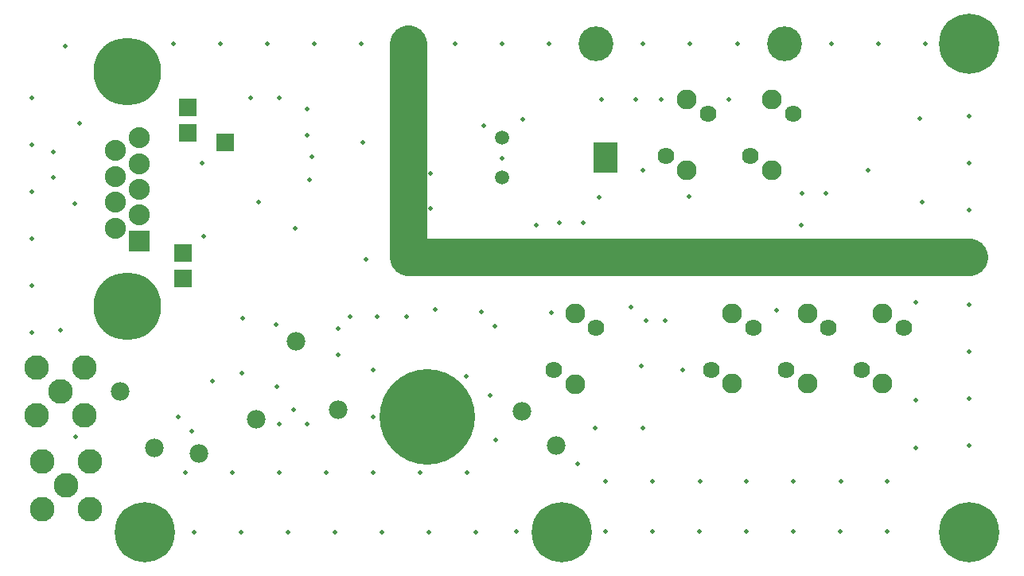
<source format=gbs>
%FSLAX42Y42*%
%MOMM*%
G71*
G01*
G75*
%ADD10C,0.38*%
%ADD11C,0.40*%
%ADD12R,1.52X1.27*%
%ADD13R,1.27X1.52*%
%ADD14R,1.27X1.02*%
%ADD15R,1.52X2.54*%
%ADD16R,2.54X1.52*%
%ADD17O,2.03X0.61*%
%ADD18R,6.73X6.73*%
%ADD19R,1.02X1.27*%
%ADD20R,3.00X1.60*%
%ADD21R,1.52X1.52*%
%ADD22C,1.00*%
%ADD23C,0.50*%
%ADD24C,1.40*%
%ADD25C,0.80*%
%ADD26C,0.70*%
%ADD27C,0.80*%
%ADD28C,1.50*%
%ADD29C,1.40*%
%ADD30C,0.30*%
%ADD31C,0.51*%
%ADD32C,0.20*%
%ADD33C,0.15*%
%ADD34C,0.18*%
%ADD35C,3.50*%
%ADD36C,2.41*%
%ADD37C,6.20*%
%ADD38C,1.32*%
%ADD39C,1.78*%
%ADD40C,1.57*%
%ADD41C,1.52*%
%ADD42R,1.78X1.78*%
%ADD43C,1.90*%
%ADD44C,6.99*%
%ADD45C,2.03*%
%ADD46R,2.03X2.03*%
%ADD47C,1.27*%
%ADD48R,2.39X3.00*%
%ADD49C,0.13*%
%ADD50C,0.25*%
%ADD51C,0.30*%
%ADD52C,0.20*%
%ADD53C,0.33*%
%ADD54C,0.10*%
%ADD55C,7.70*%
%ADD56R,4.00X15.50*%
%ADD57R,47.10X4.00*%
%ADD58R,15.30X4.00*%
%ADD59R,4.00X9.30*%
%ADD60R,1.73X1.47*%
%ADD61R,1.47X1.73*%
%ADD62R,1.47X1.22*%
%ADD63R,1.73X2.74*%
%ADD64R,2.74X1.73*%
%ADD65O,2.24X0.81*%
%ADD66R,6.93X6.93*%
%ADD67R,1.22X1.47*%
%ADD68R,3.20X1.80*%
%ADD69R,1.73X1.73*%
%ADD70C,3.70*%
%ADD71C,2.62*%
%ADD72C,6.40*%
%ADD73C,1.98*%
%ADD74C,1.73*%
%ADD75R,1.98X1.98*%
%ADD76C,2.11*%
%ADD77C,7.19*%
%ADD78C,2.24*%
%ADD79R,2.24X2.24*%
%ADD80C,0.51*%
%ADD81C,10.16*%
%ADD82C,4.00*%
%ADD83R,2.59X3.20*%
D39*
X25596Y19634D02*
D03*
X26789Y21915D02*
D03*
X27239Y22364D02*
D03*
X28867Y19637D02*
D03*
X29316Y20087D02*
D03*
X27716D02*
D03*
X27267Y19637D02*
D03*
X26046Y20084D02*
D03*
X28139Y22364D02*
D03*
X27689Y21915D02*
D03*
X28517Y20087D02*
D03*
X28067Y19637D02*
D03*
D41*
X25046Y22106D02*
D03*
Y21684D02*
D03*
D70*
X28046Y23109D02*
D03*
X30018Y20834D02*
D03*
X28046D02*
D03*
X26046D02*
D03*
X24046D02*
D03*
Y23109D02*
D03*
X26046D02*
D03*
D71*
X20656Y18663D02*
D03*
X20148Y18155D02*
D03*
Y18663D02*
D03*
X20656Y18155D02*
D03*
X20092Y19155D02*
D03*
Y19663D02*
D03*
X20600D02*
D03*
Y19155D02*
D03*
X20402Y18409D02*
D03*
X20346Y19409D02*
D03*
D72*
X30018Y17909D02*
D03*
X21246D02*
D03*
X30018Y23109D02*
D03*
X25675Y17909D02*
D03*
D73*
X22850Y19941D02*
D03*
X23304Y19215D02*
D03*
X20984Y19411D02*
D03*
X21344Y18807D02*
D03*
X25619Y18834D02*
D03*
X25258Y19195D02*
D03*
X21820Y18746D02*
D03*
X22424Y19107D02*
D03*
D74*
X24500Y19134D02*
D03*
X24246Y19388D02*
D03*
Y18880D02*
D03*
D75*
X22096Y22059D02*
D03*
X21696Y22159D02*
D03*
X21646Y20884D02*
D03*
X21696Y22434D02*
D03*
X21646Y20609D02*
D03*
D76*
X27010Y21765D02*
D03*
Y22514D02*
D03*
X29095Y19488D02*
D03*
Y20237D02*
D03*
X27495D02*
D03*
Y19488D02*
D03*
X25825Y20234D02*
D03*
Y19485D02*
D03*
X27910Y22514D02*
D03*
Y21765D02*
D03*
X28296Y20237D02*
D03*
Y19488D02*
D03*
D77*
X21053Y20309D02*
D03*
Y22809D02*
D03*
D78*
X20926Y21970D02*
D03*
Y21695D02*
D03*
Y21421D02*
D03*
Y21147D02*
D03*
X21180Y22107D02*
D03*
Y21832D02*
D03*
Y21558D02*
D03*
Y21284D02*
D03*
D79*
Y21009D02*
D03*
D80*
X28936Y21765D02*
D03*
X25566Y20244D02*
D03*
X25846Y18634D02*
D03*
X26036Y19015D02*
D03*
X23296Y20074D02*
D03*
X26965Y19634D02*
D03*
X26546Y19015D02*
D03*
X28546Y23104D02*
D03*
X24546D02*
D03*
X25046D02*
D03*
X25546D02*
D03*
X26546D02*
D03*
X27046D02*
D03*
X27546D02*
D03*
X29046D02*
D03*
X29546D02*
D03*
X21546Y23104D02*
D03*
X22996Y21659D02*
D03*
X22456Y21424D02*
D03*
X21871Y21059D02*
D03*
X26526Y19681D02*
D03*
X24965Y20104D02*
D03*
X22285Y20184D02*
D03*
X23992Y19134D02*
D03*
X27966Y20267D02*
D03*
X25040Y21890D02*
D03*
X20271Y21684D02*
D03*
X29142Y18449D02*
D03*
X20546Y22259D02*
D03*
X20346Y20059D02*
D03*
X22171Y18544D02*
D03*
X21966Y19514D02*
D03*
X27036Y21484D02*
D03*
X26415Y20304D02*
D03*
X24329Y20278D02*
D03*
X23593Y20811D02*
D03*
X27644Y18449D02*
D03*
X24850Y22233D02*
D03*
X24171Y18544D02*
D03*
X22636Y20115D02*
D03*
X23716Y20204D02*
D03*
X29447Y19312D02*
D03*
X26074Y21474D02*
D03*
X29489Y22314D02*
D03*
X26539Y21764D02*
D03*
X25650Y21205D02*
D03*
X26641Y18449D02*
D03*
X28239Y21514D02*
D03*
X22272Y19604D02*
D03*
X25904Y21205D02*
D03*
X28139Y18449D02*
D03*
X28489Y21514D02*
D03*
X26145Y18449D02*
D03*
X25409Y21179D02*
D03*
X23676Y19634D02*
D03*
X26464Y22514D02*
D03*
X25261Y22301D02*
D03*
X24916Y19364D02*
D03*
X23425Y20204D02*
D03*
X27149Y18449D02*
D03*
X22371Y22534D02*
D03*
X22971Y22134D02*
D03*
X23171Y18544D02*
D03*
X24671D02*
D03*
X22671D02*
D03*
X22265Y17909D02*
D03*
X23265D02*
D03*
X24265D02*
D03*
X27146Y17915D02*
D03*
X28146D02*
D03*
X29146D02*
D03*
X24666Y19564D02*
D03*
X29447Y20354D02*
D03*
X20496Y21409D02*
D03*
X23676Y19134D02*
D03*
X20271Y21959D02*
D03*
X24977Y18893D02*
D03*
X28226Y21174D02*
D03*
X27459Y22514D02*
D03*
X26739D02*
D03*
X26106D02*
D03*
X22971Y22409D02*
D03*
X22671Y22534D02*
D03*
X23021Y21909D02*
D03*
X30014Y18829D02*
D03*
X30016Y19334D02*
D03*
Y19834D02*
D03*
Y20334D02*
D03*
X21765Y17909D02*
D03*
X22765D02*
D03*
X23765D02*
D03*
X27646Y17915D02*
D03*
X28646D02*
D03*
X22846Y21144D02*
D03*
X24278Y21357D02*
D03*
X22966Y19064D02*
D03*
X28647Y18449D02*
D03*
X26780Y20163D02*
D03*
X21597Y19134D02*
D03*
X23671Y18544D02*
D03*
X25193Y17915D02*
D03*
X29447Y18804D02*
D03*
X21671Y18544D02*
D03*
X24278Y21725D02*
D03*
X21851Y21834D02*
D03*
X30016Y21334D02*
D03*
Y21834D02*
D03*
Y22334D02*
D03*
X20396Y23084D02*
D03*
X26646Y17915D02*
D03*
X24765Y17909D02*
D03*
X26146Y17915D02*
D03*
X22646Y19454D02*
D03*
X29514Y21424D02*
D03*
X22046Y23104D02*
D03*
X22546Y23104D02*
D03*
X23046D02*
D03*
X23546D02*
D03*
X24546Y20834D02*
D03*
X25046D02*
D03*
X26546D02*
D03*
X27046D02*
D03*
X27546D02*
D03*
X29046D02*
D03*
X29546D02*
D03*
X24046Y21334D02*
D03*
Y21834D02*
D03*
X20036Y22534D02*
D03*
Y22034D02*
D03*
Y21534D02*
D03*
Y21034D02*
D03*
Y20534D02*
D03*
Y20034D02*
D03*
X25546Y20834D02*
D03*
X28466D02*
D03*
X24046Y22554D02*
D03*
Y22094D02*
D03*
X24825Y20254D02*
D03*
X26576Y20164D02*
D03*
X23566Y22054D02*
D03*
X22826Y19214D02*
D03*
X21746Y18984D02*
D03*
X20506Y18924D02*
D03*
X22676Y19064D02*
D03*
X23296Y19794D02*
D03*
X24376Y19564D02*
D03*
X24026Y20204D02*
D03*
D81*
X24246Y19134D02*
D03*
D82*
X24046Y20834D02*
X30016D01*
X24046D02*
Y23104D01*
D83*
X26146Y21895D02*
D03*
M02*

</source>
